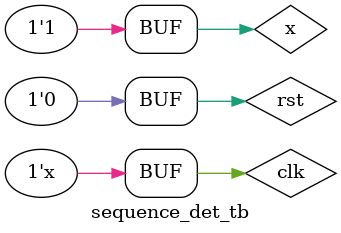
<source format=sv>



`timescale 1ns / 1ps

module sequence_det_tb();
    reg x, clk, rst;
    wire y;

    sequence_det dut (
        .x(x),
        .clk(clk),
        .rst(rst),
        .y(y)
    );

    initial begin
        clk = 1'b0;
        rst = 1'b1;
    end

    always #5 clk = ~clk;

    initial begin
        #15 rst = 1'b0; x = 0; 
	#15 x = 1; 
	#15 x = 1; 
	#15 x = 1;
        #15 x = 1; 
	#15 x = 0; 
	#15 x = 1; // y become 1
	#15 x = 1;
        #15 x = 0; 
	#15 x = 0;
	#15 x = 1; 
	#15 x = 1; 
    end
endmodule
</source>
